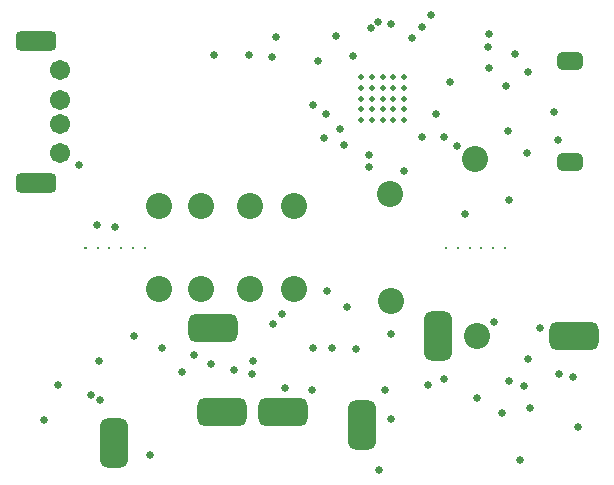
<source format=gbr>
G04*
G04 #@! TF.GenerationSoftware,Altium Limited,Altium Designer,24.9.1 (31)*
G04*
G04 Layer_Color=16711935*
%FSLAX44Y44*%
%MOMM*%
G71*
G04*
G04 #@! TF.SameCoordinates,4108D936-EA1F-4614-87FC-E1DBC89B4A7E*
G04*
G04*
G04 #@! TF.FilePolarity,Negative*
G04*
G01*
G75*
G04:AMPARAMS|DCode=68|XSize=2.2032mm|YSize=1.5032mm|CornerRadius=0.4266mm|HoleSize=0mm|Usage=FLASHONLY|Rotation=180.000|XOffset=0mm|YOffset=0mm|HoleType=Round|Shape=RoundedRectangle|*
%AMROUNDEDRECTD68*
21,1,2.2032,0.6500,0,0,180.0*
21,1,1.3500,1.5032,0,0,180.0*
1,1,0.8532,-0.6750,0.3250*
1,1,0.8532,0.6750,0.3250*
1,1,0.8532,0.6750,-0.3250*
1,1,0.8532,-0.6750,-0.3250*
%
%ADD68ROUNDEDRECTD68*%
%ADD69C,1.7032*%
%ADD70C,0.2032*%
G04:AMPARAMS|DCode=71|XSize=4.2032mm|YSize=2.4032mm|CornerRadius=0.6516mm|HoleSize=0mm|Usage=FLASHONLY|Rotation=90.000|XOffset=0mm|YOffset=0mm|HoleType=Round|Shape=RoundedRectangle|*
%AMROUNDEDRECTD71*
21,1,4.2032,1.1000,0,0,90.0*
21,1,2.9000,2.4032,0,0,90.0*
1,1,1.3032,0.5500,1.4500*
1,1,1.3032,0.5500,-1.4500*
1,1,1.3032,-0.5500,-1.4500*
1,1,1.3032,-0.5500,1.4500*
%
%ADD71ROUNDEDRECTD71*%
G04:AMPARAMS|DCode=72|XSize=3.4532mm|YSize=1.7032mm|CornerRadius=0.4766mm|HoleSize=0mm|Usage=FLASHONLY|Rotation=0.000|XOffset=0mm|YOffset=0mm|HoleType=Round|Shape=RoundedRectangle|*
%AMROUNDEDRECTD72*
21,1,3.4532,0.7500,0,0,0.0*
21,1,2.5000,1.7032,0,0,0.0*
1,1,0.9532,1.2500,-0.3750*
1,1,0.9532,-1.2500,-0.3750*
1,1,0.9532,-1.2500,0.3750*
1,1,0.9532,1.2500,0.3750*
%
%ADD72ROUNDEDRECTD72*%
G04:AMPARAMS|DCode=73|XSize=4.2032mm|YSize=2.4032mm|CornerRadius=0.6516mm|HoleSize=0mm|Usage=FLASHONLY|Rotation=180.000|XOffset=0mm|YOffset=0mm|HoleType=Round|Shape=RoundedRectangle|*
%AMROUNDEDRECTD73*
21,1,4.2032,1.1000,0,0,180.0*
21,1,2.9000,2.4032,0,0,180.0*
1,1,1.3032,-1.4500,0.5500*
1,1,1.3032,1.4500,0.5500*
1,1,1.3032,1.4500,-0.5500*
1,1,1.3032,-1.4500,-0.5500*
%
%ADD73ROUNDEDRECTD73*%
%ADD74C,0.6532*%
%ADD75C,0.5000*%
%ADD76C,2.2032*%
D68*
X202700Y42700D02*
D03*
Y-42700D02*
D03*
D69*
X-229000Y-10000D02*
D03*
Y10000D02*
D03*
Y-35000D02*
D03*
Y35000D02*
D03*
D70*
X97500Y-115000D02*
D03*
X107500D02*
D03*
X117500D02*
D03*
X127500D02*
D03*
X137500D02*
D03*
X147500D02*
D03*
X-157500D02*
D03*
X-167500D02*
D03*
X-177500D02*
D03*
X-187500D02*
D03*
X-197500D02*
D03*
X-207500D02*
D03*
X-208000D02*
D03*
D71*
X26190Y-265280D02*
D03*
X91190Y-190280D02*
D03*
X-183810Y-280280D02*
D03*
D72*
X-250000Y-60000D02*
D03*
Y60000D02*
D03*
D73*
X-99810Y-183280D02*
D03*
X206190Y-190280D02*
D03*
X-40810Y-254280D02*
D03*
X-91810D02*
D03*
D74*
X8000Y-15000D02*
D03*
X193000Y-222000D02*
D03*
X164000Y-232000D02*
D03*
X151000Y-228000D02*
D03*
X18438Y47562D02*
D03*
X32000Y-47000D02*
D03*
X-116000Y-206000D02*
D03*
X41000Y-303000D02*
D03*
X1000Y-200000D02*
D03*
X51000Y-188000D02*
D03*
X82000Y-231000D02*
D03*
X96000Y-226000D02*
D03*
X124000Y-242000D02*
D03*
X138000Y-178000D02*
D03*
X177000Y-183000D02*
D03*
X167000Y-209000D02*
D03*
X205000Y-225000D02*
D03*
X209000Y-267000D02*
D03*
X169000Y-251000D02*
D03*
X145000Y-255000D02*
D03*
X160000Y-295000D02*
D03*
X-16000Y-236000D02*
D03*
X51000Y-260000D02*
D03*
X46000Y-236000D02*
D03*
X14000Y-165000D02*
D03*
X-3000Y-152000D02*
D03*
X21000Y-201000D02*
D03*
X-15000Y-200000D02*
D03*
X-41000Y-171000D02*
D03*
X-49000Y-180000D02*
D03*
X-39000Y-234000D02*
D03*
X-67000Y-222000D02*
D03*
X-126000Y-220000D02*
D03*
X-66000Y-211000D02*
D03*
X-82000Y-219000D02*
D03*
X-101000Y-214000D02*
D03*
X-143000Y-200000D02*
D03*
X-167000Y-190000D02*
D03*
X-153000Y-291000D02*
D03*
X-195000Y-244000D02*
D03*
X-203000Y-240000D02*
D03*
X-231000Y-231000D02*
D03*
X-243000Y-261000D02*
D03*
X-196000Y-211000D02*
D03*
X-183000Y-98000D02*
D03*
X-198000Y-96000D02*
D03*
X77000Y-21000D02*
D03*
X4000Y64000D02*
D03*
X192000Y-24000D02*
D03*
X150000Y-16000D02*
D03*
X189000Y0D02*
D03*
X134000Y66000D02*
D03*
X101000Y25000D02*
D03*
X89000Y-2000D02*
D03*
X32000Y-37000D02*
D03*
X-4000Y-2000D02*
D03*
X34070Y71000D02*
D03*
X-5713Y-22480D02*
D03*
X107000Y-29000D02*
D03*
X62000Y-50000D02*
D03*
X50675Y74000D02*
D03*
X40000Y76000D02*
D03*
X151000Y-75000D02*
D03*
X114000Y-87000D02*
D03*
X167000Y34000D02*
D03*
X166000Y-35000D02*
D03*
X156000Y49000D02*
D03*
X148000Y22000D02*
D03*
X96000Y-21000D02*
D03*
X134000Y37000D02*
D03*
X133000Y55000D02*
D03*
X77000Y72000D02*
D03*
X85000Y82000D02*
D03*
X-50000Y46000D02*
D03*
X-46000Y63000D02*
D03*
X11000Y-28000D02*
D03*
X-69000Y48000D02*
D03*
X-99000D02*
D03*
X69000Y62000D02*
D03*
X-11000Y43000D02*
D03*
X-15000Y6000D02*
D03*
X-213000Y-45000D02*
D03*
D75*
X26000Y-7000D02*
D03*
Y2000D02*
D03*
Y11000D02*
D03*
Y20000D02*
D03*
Y29000D02*
D03*
X35000Y-7000D02*
D03*
Y2000D02*
D03*
Y11000D02*
D03*
Y20000D02*
D03*
Y29000D02*
D03*
X44000Y-7000D02*
D03*
Y2000D02*
D03*
Y11000D02*
D03*
Y20000D02*
D03*
Y29000D02*
D03*
X53000Y-7000D02*
D03*
Y2000D02*
D03*
Y11000D02*
D03*
Y20000D02*
D03*
Y29000D02*
D03*
X62000Y-7000D02*
D03*
Y2000D02*
D03*
Y11000D02*
D03*
Y20000D02*
D03*
Y29000D02*
D03*
D76*
X-109810Y-150280D02*
D03*
X-68810D02*
D03*
X-145810D02*
D03*
X51190Y-160280D02*
D03*
X-30810Y-150280D02*
D03*
X123690Y-190280D02*
D03*
X-30812Y-79724D02*
D03*
X-68812D02*
D03*
X-109812D02*
D03*
X-145812D02*
D03*
X122500Y-40000D02*
D03*
X50000Y-70000D02*
D03*
M02*

</source>
